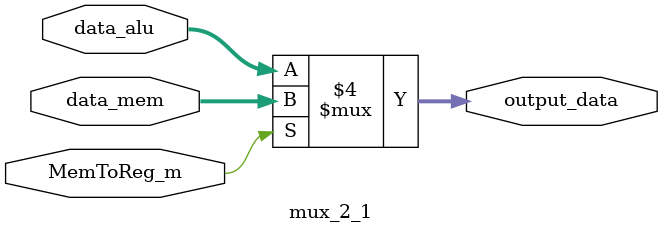
<source format=v>
module mux_2_1(
    input [31:0] data_mem,
    input [31:0] data_alu,
    input MemToReg_m,
    output reg [31:0] output_data
);

always @(*)
begin
    if (MemToReg_m == 1)
        output_data = data_mem;
    else
        output_data = data_alu;
end

endmodule


</source>
